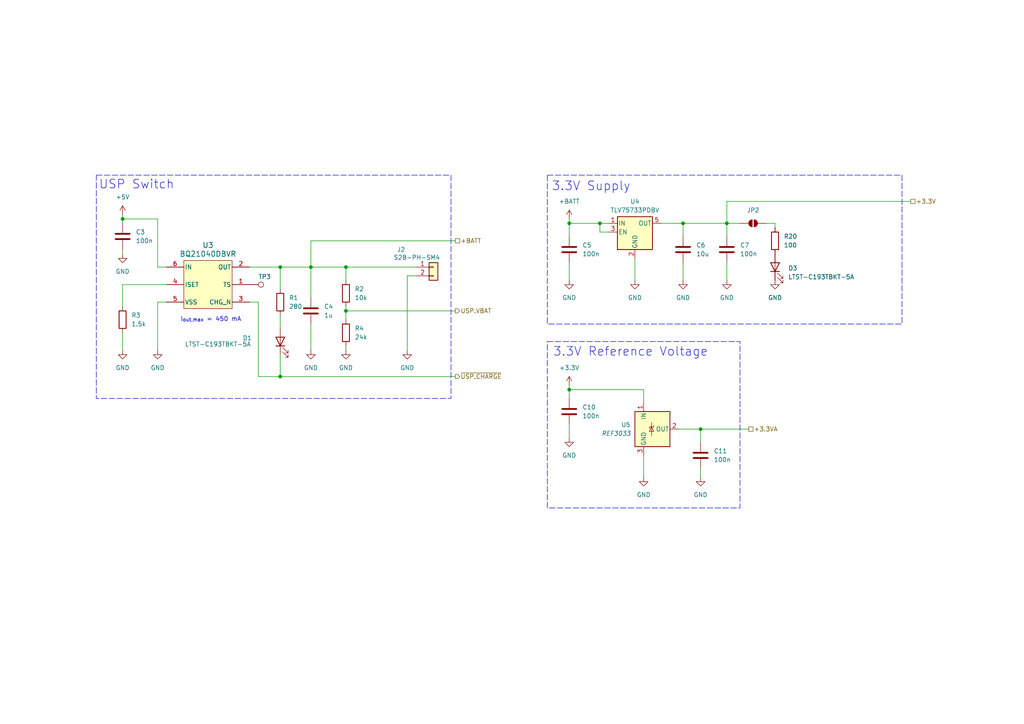
<source format=kicad_sch>
(kicad_sch (version 20250114) (generator "eeschema") (generator_version "9.0")
  (paper "A4")
  (lib_symbols
    (symbol "000_Power:BQ21040DBVR" (pin_names (offset 0.254))
      (property "Reference" "U" (at 5.842 15.494 0))
      (property "Value" "BQ21040DBVR" (at 12.954 13.462 0))
      (symbol "BQ21040DBVR_0_1"
        (pin power_in line (at 0 10.16 0) (length 5.08) (name "IN") (number "6"))
        (pin input line (at 0 5.08 0) (length 5.08) (name "ISET") (number "4"))
        (pin power_in line (at 0 0 0) (length 5.08) (name "VSS") (number "5"))
        (pin power_in line (at 24.13 10.16 180) (length 5.08) (name "OUT") (number "2"))
        (pin input line (at 24.13 5.08 180) (length 5.08) (name "TS") (number "1"))
        (pin open_collector line (at 24.13 0 180) (length 5.08) (name "CHG_N") (number "3"))
      )
      (symbol "BQ21040DBVR_1_1"
        (rectangle (start 5.08 12.065) (end 19.05 -1.905) (fill (type background)))
      )
    )
    (symbol "Connector:TestPoint" (pin_numbers (hide yes)) (pin_names (offset 0.762) (hide yes))
      (property "Reference" "TP" (at 0 6.858 0))
      (property "Value" "TestPoint" (at 0 5.08 0))
      (symbol "TestPoint_0_1"
        (circle (center 0 3.302) (radius 0.762))
      )
      (symbol "TestPoint_1_1"
        (pin passive line (at 0 0 90) (length 2.54) (name "1") (number "1"))
      )
    )
    (symbol "Connector_Generic:Conn_01x02" (pin_names (offset 1.016) (hide yes))
      (property "Reference" "J" (at 0 2.54 0))
      (property "Value" "Conn_01x02" (at 0 -5.08 0))
      (symbol "Conn_01x02_1_1"
        (rectangle (start -1.27 1.27) (end 1.27 -3.81) (stroke (width 0.254)) (fill (type background)))
        (rectangle (start -1.27 0.127) (end 0 -0.127) (stroke (width 0.1524)))
        (rectangle (start -1.27 -2.413) (end 0 -2.667) (stroke (width 0.1524)))
        (pin passive line (at -5.08 0 0) (length 3.81) (name "Pin_1") (number "1"))
        (pin passive line (at -5.08 -2.54 0) (length 3.81) (name "Pin_2") (number "2"))
      )
    )
    (symbol "Device:C" (pin_numbers (hide yes)) (pin_names (offset 0.254))
      (property "Reference" "C" (at 0.635 2.54 0))
      (property "Value" "C" (at 0.635 -2.54 0))
      (symbol "C_0_1"
        (polyline (pts (xy -2.032 0.762) (xy 2.032 0.762)) (stroke (width 0.508)))
        (polyline (pts (xy -2.032 -0.762) (xy 2.032 -0.762)) (stroke (width 0.508)))
      )
      (symbol "C_1_1"
        (pin passive line (at 0 3.81 270) (length 2.794) (name "~") (number "1"))
        (pin passive line (at 0 -3.81 90) (length 2.794) (name "~") (number "2"))
      )
    )
    (symbol "Device:LED" (pin_numbers (hide yes)) (pin_names (offset 1.016) (hide yes))
      (property "Reference" "D" (at 0 2.54 0))
      (property "Value" "LED" (at 0 -2.54 0))
      (symbol "LED_0_1"
        (polyline (pts (xy -3.048 -0.762) (xy -4.572 -2.286) (xy -3.81 -2.286) (xy -4.572 -2.286) (xy -4.572 -1.524)))
        (polyline (pts (xy -1.778 -0.762) (xy -3.302 -2.286) (xy -2.54 -2.286) (xy -3.302 -2.286) (xy -3.302 -1.524)))
        (polyline (pts (xy -1.27 0) (xy 1.27 0)))
        (polyline (pts (xy -1.27 -1.27) (xy -1.27 1.27)) (stroke (width 0.254)))
        (polyline (pts (xy 1.27 -1.27) (xy 1.27 1.27) (xy -1.27 0) (xy 1.27 -1.27)) (stroke (width 0.254)))
      )
      (symbol "LED_1_1"
        (pin passive line (at -3.81 0 0) (length 2.54) (name "K") (number "1"))
        (pin passive line (at 3.81 0 180) (length 2.54) (name "A") (number "2"))
      )
    )
    (symbol "Device:R" (pin_numbers (hide yes)) (pin_names (offset 0))
      (property "Reference" "R" (at 2.032 0 90))
      (property "Value" "R" (at 0 0 90))
      (symbol "R_0_1"
        (rectangle (start -1.016 -2.54) (end 1.016 2.54) (stroke (width 0.254)))
      )
      (symbol "R_1_1"
        (pin passive line (at 0 3.81 270) (length 1.27) (name "~") (number "1"))
        (pin passive line (at 0 -3.81 90) (length 1.27) (name "~") (number "2"))
      )
    )
    (symbol "Jumper:SolderJumper_2_Open" (pin_numbers (hide yes)) (pin_names (offset 0) (hide yes)) (in_bom no)
      (property "Reference" "JP" (at 0 2.032 0))
      (property "Value" "SolderJumper_2_Open" (at 0 -2.54 0))
      (symbol "SolderJumper_2_Open_0_1"
        (polyline (pts (xy -0.254 1.016) (xy -0.254 -1.016)))
        (arc (start -0.254 -1.016) (mid -1.2656 0) (end -0.254 1.016))
        (arc (start -0.254 -1.016) (mid -1.2656 0) (end -0.254 1.016) (fill (type outline)))
        (arc (start 0.254 1.016) (mid 1.2656 0) (end 0.254 -1.016))
        (arc (start 0.254 1.016) (mid 1.2656 0) (end 0.254 -1.016) (fill (type outline)))
        (polyline (pts (xy 0.254 1.016) (xy 0.254 -1.016)))
      )
      (symbol "SolderJumper_2_Open_1_1"
        (pin passive line (at -3.81 0 0) (length 2.54) (name "A") (number "1"))
        (pin passive line (at 3.81 0 180) (length 2.54) (name "B") (number "2"))
      )
    )
    (symbol "Reference_Voltage:REF3033" (pin_names (offset 0.254))
      (property "Reference" "U" (at 0 6.35 0))
      (property "Value" "REF3033" (at 2.54 -6.35 0))
      (symbol "REF3033_0_1"
        (rectangle (start -5.08 5.08) (end 5.08 -5.08) (stroke (width 0.254)) (fill (type background)))
        (polyline (pts (xy -0.889 -0.635) (xy 0.381 -0.635) (xy -0.254 0.635) (xy -0.889 -0.635)))
        (polyline (pts (xy -0.254 1.905) (xy -0.254 -1.905)))
        (polyline (pts (xy 0.381 1.016) (xy 0.381 0.635) (xy -0.889 0.635) (xy -0.889 0.254)))
      )
      (symbol "REF3033_1_1"
        (pin power_in line (at -2.54 7.62 270) (length 2.54) (name "IN") (number "1"))
        (pin power_in line (at -2.54 -7.62 90) (length 2.54) (name "GND") (number "3"))
        (pin power_out line (at 7.62 0 180) (length 2.54) (name "OUT") (number "2"))
      )
    )
    (symbol "Regulator_Linear:TLV75733PDBV" (pin_names (offset 0.254))
      (property "Reference" "U" (at -3.81 5.715 0))
      (property "Value" "TLV75733PDBV" (at 0 5.715 0))
      (symbol "TLV75733PDBV_0_1"
        (rectangle (start -5.08 4.445) (end 5.08 -5.08) (stroke (width 0.254)) (fill (type background)))
      )
      (symbol "TLV75733PDBV_1_1"
        (pin power_in line (at -7.62 2.54 0) (length 2.54) (name "IN") (number "1"))
        (pin input line (at -7.62 0 0) (length 2.54) (name "EN") (number "3"))
        (pin power_in line (at 0 -7.62 90) (length 2.54) (name "GND") (number "2"))
        (pin no_connect line (at 5.08 0 180) (length 2.54) (hide yes) (name "NC") (number "4"))
        (pin power_out line (at 7.62 2.54 180) (length 2.54) (name "OUT") (number "5"))
      )
    )
    (symbol "power:+3.3V" (power) (pin_numbers (hide yes)) (pin_names (offset 0) (hide yes))
      (property "Value" "+3.3V" (at 0 3.556 0))
      (symbol "+3.3V_0_1"
        (polyline (pts (xy -0.762 1.27) (xy 0 2.54)))
        (polyline (pts (xy 0 2.54) (xy 0.762 1.27)))
        (polyline (pts (xy 0 0) (xy 0 2.54)))
      )
      (symbol "+3.3V_1_1"
        (pin power_in line (at 0 0 90) (length 0) (name "~") (number "1"))
      )
    )
    (symbol "power:+5V" (power) (pin_numbers (hide yes)) (pin_names (offset 0) (hide yes))
      (property "Value" "+5V" (at 0 3.556 0))
      (symbol "+5V_0_1"
        (polyline (pts (xy -0.762 1.27) (xy 0 2.54)))
        (polyline (pts (xy 0 2.54) (xy 0.762 1.27)))
        (polyline (pts (xy 0 0) (xy 0 2.54)))
      )
      (symbol "+5V_1_1"
        (pin power_in line (at 0 0 90) (length 0) (name "~") (number "1"))
      )
    )
    (symbol "power:+BATT" (power) (pin_numbers (hide yes)) (pin_names (offset 0) (hide yes))
      (property "Value" "+BATT" (at 0 3.556 0))
      (symbol "+BATT_0_1"
        (polyline (pts (xy -0.762 1.27) (xy 0 2.54)))
        (polyline (pts (xy 0 2.54) (xy 0.762 1.27)))
        (polyline (pts (xy 0 0) (xy 0 2.54)))
      )
      (symbol "+BATT_1_1"
        (pin power_in line (at 0 0 90) (length 0) (name "~") (number "1"))
      )
    )
    (symbol "power:GND" (power) (pin_numbers (hide yes)) (pin_names (offset 0) (hide yes))
      (property "Value" "GND" (at 0 -3.81 0))
      (symbol "GND_0_1"
        (polyline (pts (xy 0 0) (xy 0 -1.27) (xy 1.27 -1.27) (xy 0 -2.54) (xy -1.27 -1.27) (xy 0 -1.27)))
      )
      (symbol "GND_1_1"
        (pin power_in line (at 0 0 270) (length 0) (name "~") (number "1"))
      )
    )
  )
  (rectangle (start 158.75 50.8) (end 261.62 93.98) (stroke (width 0) (type dash)))
  (rectangle (start 27.94 50.8) (end 130.81 115.57) (stroke (width 0) (type dash)))
  (rectangle (start 158.75 99.06) (end 214.63 147.32) (stroke (width 0) (type dash)))
  (text "I_{out,max} = 450 mA" (at 52.324 91.948 0) (effects (font (size 1.27 1.27)) (justify left top)))
  (text "USP Switch" (at 39.624 53.594 0) (effects (font (size 2.54 2.54))))
  (text "3.3V Supply" (at 171.45 54.102 0) (effects (font (size 2.54 2.54))))
  (text "3.3V Reference Voltage" (at 182.88 102.108 0) (effects (font (size 2.54 2.54))))
  (junction (at 165.1 64.77))
  (junction (at 203.2 124.46))
  (junction (at 210.82 64.77))
  (junction (at 90.17 77.47))
  (junction (at 198.12 64.77))
  (junction (at 81.28 77.47))
  (junction (at 173.99 64.77))
  (junction (at 100.33 77.47))
  (junction (at 100.33 90.17))
  (junction (at 165.1 113.03))
  (junction (at 35.56 63.5))
  (junction (at 81.28 109.22))
  (wire (pts (xy 198.12 64.77) (xy 198.12 68.58)))
  (wire (pts (xy 35.56 82.55) (xy 48.26 82.55)))
  (wire (pts (xy 186.69 113.03) (xy 186.69 116.84)))
  (wire (pts (xy 210.82 64.77) (xy 214.63 64.77)))
  (wire (pts (xy 90.17 69.85) (xy 132.08 69.85)))
  (wire (pts (xy 81.28 109.22) (xy 132.08 109.22)))
  (wire (pts (xy 186.69 132.08) (xy 186.69 138.43)))
  (wire (pts (xy 210.82 64.77) (xy 198.12 64.77)))
  (wire (pts (xy 100.33 100.33) (xy 100.33 101.6)))
  (wire (pts (xy 165.1 113.03) (xy 186.69 113.03)))
  (wire (pts (xy 90.17 86.36) (xy 90.17 77.47)))
  (wire (pts (xy 203.2 124.46) (xy 203.2 128.27)))
  (wire (pts (xy 100.33 90.17) (xy 132.08 90.17)))
  (wire (pts (xy 165.1 111.76) (xy 165.1 113.03)))
  (wire (pts (xy 203.2 135.89) (xy 203.2 138.43)))
  (wire (pts (xy 210.82 68.58) (xy 210.82 64.77)))
  (wire (pts (xy 81.28 77.47) (xy 81.28 83.82)))
  (wire (pts (xy 90.17 69.85) (xy 90.17 77.47)))
  (wire (pts (xy 120.65 80.01) (xy 118.11 80.01)))
  (wire (pts (xy 184.15 74.93) (xy 184.15 81.28)))
  (wire (pts (xy 74.93 87.63) (xy 74.93 109.22)))
  (wire (pts (xy 118.11 80.01) (xy 118.11 101.6)))
  (wire (pts (xy 48.26 77.47) (xy 45.72 77.47)))
  (wire (pts (xy 45.72 63.5) (xy 35.56 63.5)))
  (wire (pts (xy 35.56 62.23) (xy 35.56 63.5)))
  (wire (pts (xy 72.39 77.47) (xy 81.28 77.47)))
  (wire (pts (xy 90.17 93.98) (xy 90.17 101.6)))
  (wire (pts (xy 165.1 113.03) (xy 165.1 115.57)))
  (wire (pts (xy 203.2 124.46) (xy 217.17 124.46)))
  (wire (pts (xy 176.53 67.31) (xy 173.99 67.31)))
  (wire (pts (xy 72.39 87.63) (xy 74.93 87.63)))
  (wire (pts (xy 198.12 76.2) (xy 198.12 81.28)))
  (wire (pts (xy 173.99 64.77) (xy 176.53 64.77)))
  (wire (pts (xy 100.33 77.47) (xy 120.65 77.47)))
  (wire (pts (xy 165.1 64.77) (xy 165.1 68.58)))
  (wire (pts (xy 81.28 77.47) (xy 90.17 77.47)))
  (wire (pts (xy 222.25 64.77) (xy 224.79 64.77)))
  (wire (pts (xy 210.82 58.42) (xy 210.82 64.77)))
  (wire (pts (xy 81.28 91.44) (xy 81.28 95.25)))
  (wire (pts (xy 165.1 76.2) (xy 165.1 81.28)))
  (wire (pts (xy 48.26 87.63) (xy 45.72 87.63)))
  (wire (pts (xy 35.56 82.55) (xy 35.56 88.9)))
  (wire (pts (xy 35.56 96.52) (xy 35.56 101.6)))
  (wire (pts (xy 45.72 87.63) (xy 45.72 101.6)))
  (wire (pts (xy 196.85 124.46) (xy 203.2 124.46)))
  (wire (pts (xy 210.82 76.2) (xy 210.82 81.28)))
  (wire (pts (xy 173.99 67.31) (xy 173.99 64.77)))
  (wire (pts (xy 210.82 58.42) (xy 264.16 58.42)))
  (wire (pts (xy 191.77 64.77) (xy 198.12 64.77)))
  (wire (pts (xy 81.28 102.87) (xy 81.28 109.22)))
  (wire (pts (xy 35.56 72.39) (xy 35.56 73.66)))
  (wire (pts (xy 100.33 88.9) (xy 100.33 90.17)))
  (wire (pts (xy 74.93 109.22) (xy 81.28 109.22)))
  (wire (pts (xy 100.33 77.47) (xy 100.33 81.28)))
  (wire (pts (xy 100.33 90.17) (xy 100.33 92.71)))
  (wire (pts (xy 90.17 77.47) (xy 100.33 77.47)))
  (wire (pts (xy 173.99 64.77) (xy 165.1 64.77)))
  (wire (pts (xy 165.1 63.5) (xy 165.1 64.77)))
  (wire (pts (xy 165.1 123.19) (xy 165.1 127)))
  (wire (pts (xy 45.72 77.47) (xy 45.72 63.5)))
  (wire (pts (xy 224.79 64.77) (xy 224.79 66.04)))
  (wire (pts (xy 35.56 63.5) (xy 35.56 64.77)))
  (hierarchical_label "~{USP.CHARGE}" (shape output) (at 132.08 109.22 0))
  (hierarchical_label "USP.VBAT" (shape output) (at 132.08 90.17 0))
  (hierarchical_label "+3.3VA" (shape passive) (at 217.17 124.46 0))
  (hierarchical_label "+3.3V" (shape passive) (at 264.16 58.42 0))
  (hierarchical_label "+BATT" (shape passive) (at 132.08 69.85 0))
  (symbol (lib_id "Device:R") (at 35.56 92.71 0) (unit 1)
    (property "Reference" "R3" (at 38.1 91.4399 0) (effects (justify left)))
    (property "Value" "1.5k" (at 38.1 93.9799 0) (effects (justify left)))
    (property "Footprint" "Resistor_SMD:R_0603_1608Metric" (effects (hide yes)))
    (property "Description" "Resistor" (effects (hide yes)))
    (property "MFG" "Panasonic Electronic Components" (effects (hide yes)))
    (property "MFG#" "ERA-3AEB152V" (effects (hide yes)))
    (property "DigiKey" "P1.5KDBCT-ND" (effects (hide yes)))
    (property "Distri Link" "https://www.digikey.de/de/products/detail/panasonic-electronic-components/ERA-3AEB152V/1465858" (effects (hide yes)))
  )
  (symbol (lib_id "power:GND") (at 184.15 81.28 0) (unit 1)
    (property "Reference" "#PWR034" (effects (hide yes)))
    (property "Value" "GND" (at 184.15 86.36 0))
    (property "Description" "Power symbol creates a global label with name \"GND\" , ground" (effects (hide yes)))
  )
  (symbol (lib_id "power:GND") (at 165.1 127 0) (unit 1)
    (property "Reference" "#PWR051" (effects (hide yes)))
    (property "Value" "GND" (at 165.1 132.08 0))
    (property "Description" "Power symbol creates a global label with name \"GND\" , ground" (effects (hide yes)))
  )
  (symbol (lib_id "Regulator_Linear:TLV75733PDBV") (at 184.15 67.31 0) (unit 1)
    (property "Reference" "U4" (at 184.15 58.42 0))
    (property "Value" "TLV75733PDBV" (at 184.15 60.96 0))
    (property "Footprint" "Package_TO_SOT_SMD:SOT-23-5" (effects (hide yes)))
    (property "Datasheet" "https://www.ti.com/lit/ds/symlink/tlv757p.pdf" (effects (hide yes)))
    (property "Description" "1A Low IQ Small Size Low Dropout Voltage Regulator, Fixed Output 3.3V, SOT-23-5" (effects (hide yes)))
    (property "DigiKey" "296-50414-1-ND" (effects (hide yes)))
    (property "MFG" "Texas Instruments" (effects (hide yes)))
    (property "MFG#" "TLV75733PDBVR" (effects (hide yes)))
    (property "Distri Link" "https://www.digikey.de/de/products/detail/texas-instruments/TLV75733PDBVR/9343364?s=N4IgTCBcDa4JwDYC0BWADAFgIwaVpAcgCIgC6AvkA" (effects (hide yes)))
  )
  (symbol (lib_id "power:GND") (at 203.2 138.43 0) (unit 1)
    (property "Reference" "#PWR053" (effects (hide yes)))
    (property "Value" "GND" (at 203.2 143.51 0))
    (property "Description" "Power symbol creates a global label with name \"GND\" , ground" (effects (hide yes)))
  )
  (symbol (lib_id "Device:LED") (at 81.28 99.06 90) (unit 1)
    (property "Reference" "D1" (at 70.358 98.044 90) (effects (justify right)))
    (property "Value" "LTST-C193TBKT-5A" (at 53.594 99.822 90) (effects (justify right)))
    (property "Footprint" "LED_SMD:LED_0603_1608Metric" (effects (hide yes)))
    (property "Description" "Light emitting diode" (effects (hide yes)))
    (property "Sim.Pins" "1=K 2=A" (effects (hide yes)))
    (property "MFG" "Lite-On Inc." (effects (hide yes)))
    (property "MFG#" "LTST-C193TBKT-5A" (effects (hide yes)))
    (property "DigiKey" "160-1827-1-ND" (effects (hide yes)))
    (property "Distri Link" "https://www.digikey.de/de/products/detail/liteon/LTST-C193TBKT-5A/2053656" (effects (hide yes)))
  )
  (symbol (lib_id "Device:R") (at 81.28 87.63 0) (unit 1)
    (property "Reference" "R1" (at 83.82 86.3599 0) (effects (justify left)))
    (property "Value" "280" (at 83.82 88.8999 0) (effects (justify left)))
    (property "Footprint" "Resistor_SMD:R_0603_1608Metric" (effects (hide yes)))
    (property "Description" "Resistor" (effects (hide yes)))
    (property "MFG" "Panasonic Electronic Components" (effects (hide yes)))
    (property "MFG#" "ERJ-3EKF2800V" (effects (hide yes)))
    (property "DigiKey" "P280HCT-ND" (effects (hide yes)))
    (property "Distri Link" "https://www.digikey.de/de/products/detail/panasonic-electronic-components/ERJ-3EKF2800V/196259?s=N4IgTCBcDaIApgBwAYASBhAKgWgHIBEQBdAXyA" (effects (hide yes)))
  )
  (symbol (lib_id "Device:C") (at 35.56 68.58 0) (unit 1)
    (property "Reference" "C3" (at 39.37 67.3099 0) (effects (justify left)))
    (property "Value" "100n" (at 39.37 69.8499 0) (effects (justify left)))
    (property "Footprint" "Capacitor_SMD:C_0603_1608Metric" (effects (hide yes)))
    (property "Description" "Unpolarized capacitor" (effects (hide yes)))
    (property "MFG" "KEMET" (effects (hide yes)))
    (property "MFG#" "C0603C104K3RACTU" (effects (hide yes)))
    (property "DigiKey" "399-C0603C104K3RACTUCT-ND" (effects (hide yes)))
    (property "Distri Link" "https://www.digikey.de/de/products/detail/kemet/C0603C104K3RACTU/416044?s=N4IgTCBcDaIMwE4EFoDCAGAbOuqCM6ALANJwBKAgqgCoCqNyAcgCIgC6AvkA" (effects (hide yes)))
  )
  (symbol (lib_id "Device:C") (at 90.17 90.17 0) (unit 1)
    (property "Reference" "C4" (at 93.98 88.8999 0) (effects (justify left)))
    (property "Value" "1u" (at 93.98 91.4399 0) (effects (justify left)))
    (property "Footprint" "Capacitor_SMD:C_0603_1608Metric" (effects (hide yes)))
    (property "Description" "Unpolarized capacitor" (effects (hide yes)))
    (property "MFG" "TDK Corporation" (effects (hide yes)))
    (property "MFG#" "C1608X7R1C105K080DC" (effects (hide yes)))
    (property "DigiKey" "445-C1608X7R1C105K080DCCT-ND" (effects (hide yes)))
    (property "Distri Link" "https://www.digikey.de/de/products/detail/tdk-corporation/C1608X7R1C105K080DC/22106152?s=N4IgTCBcDaICxwKwFoDCBGAbABgBwA0B2AJXQ20QGk9sARVVAFWQDlaQBdAXyA" (effects (hide yes)))
  )
  (symbol (lib_id "power:GND") (at 35.56 101.6 0) (unit 1)
    (property "Reference" "#PWR018" (effects (hide yes)))
    (property "Value" "GND" (at 35.56 106.68 0))
    (property "Description" "Power symbol creates a global label with name \"GND\" , ground" (effects (hide yes)))
  )
  (symbol (lib_id "Device:R") (at 100.33 85.09 0) (unit 1)
    (property "Reference" "R2" (at 102.87 83.8199 0) (effects (justify left)))
    (property "Value" "10k" (at 102.87 86.3599 0) (effects (justify left)))
    (property "Footprint" "Resistor_SMD:R_0603_1608Metric" (effects (hide yes)))
    (property "Description" "Resistor" (effects (hide yes)))
    (property "MFG" "YAGEO" (effects (hide yes)))
    (property "MFG#" "RC0603FR-0710KL" (effects (hide yes)))
    (property "DigiKey" "311-10.0KHRCT-ND" (effects (hide yes)))
    (property "Distri Link" "https://www.digikey.de/de/products/detail/yageo/RC0603FR-0710KL/726880?s=N4IgTCBcDaIMwEYEFoEAYB0aDSAJASgMIAqyAcgCIgC6AvkA" (effects (hide yes)))
  )
  (symbol (lib_id "Device:R") (at 224.79 69.85 0) (unit 1)
    (property "Reference" "R20" (at 227.33 68.5799 0) (effects (justify left)))
    (property "Value" "100" (at 227.33 71.1199 0) (effects (justify left)))
    (property "Footprint" "Resistor_SMD:R_0603_1608Metric" (effects (hide yes)))
    (property "Description" "Resistor" (effects (hide yes)))
    (property "MFG" "Vishay Dale" (effects (hide yes)))
    (property "MFG#" "CRCW0603100RFKEA" (effects (hide yes)))
    (property "DigiKey" "541-100HCT-ND" (effects (hide yes)))
    (property "Distri Link" "https://www.digikey.de/de/products/detail/vishay-dale/CRCW0603100RFKEA/1174554?s=N4IgTCBcDaIKwBYCMBaJAGdAJAwgFRQDkAREAXQF8g" (effects (hide yes)))
  )
  (symbol (lib_id "power:GND") (at 165.1 81.28 0) (unit 1)
    (property "Reference" "#PWR037" (effects (hide yes)))
    (property "Value" "GND" (at 165.1 86.36 0))
    (property "Description" "Power symbol creates a global label with name \"GND\" , ground" (effects (hide yes)))
  )
  (symbol (lib_id "power:GND") (at 100.33 101.6 0) (unit 1)
    (property "Reference" "#PWR055" (effects (hide yes)))
    (property "Value" "GND" (at 100.33 106.68 0))
    (property "Description" "Power symbol creates a global label with name \"GND\" , ground" (effects (hide yes)))
  )
  (symbol (lib_id "power:+5V") (at 35.56 62.23 0) (unit 1)
    (property "Reference" "#PWR032" (effects (hide yes)))
    (property "Value" "+5V" (at 35.56 57.15 0))
    (property "Description" "Power symbol creates a global label with name \"+5V\"" (effects (hide yes)))
  )
  (symbol (lib_id "power:GND") (at 90.17 101.6 0) (unit 1)
    (property "Reference" "#PWR033" (effects (hide yes)))
    (property "Value" "GND" (at 90.17 106.68 0))
    (property "Description" "Power symbol creates a global label with name \"GND\" , ground" (effects (hide yes)))
  )
  (symbol (lib_id "power:+3.3V") (at 165.1 111.76 0) (unit 1)
    (property "Reference" "#PWR023" (effects (hide yes)))
    (property "Value" "+3.3V" (at 165.1 106.68 0))
    (property "Description" "Power symbol creates a global label with name \"+3.3V\"" (effects (hide yes)))
  )
  (symbol (lib_id "power:GND") (at 210.82 81.28 0) (unit 1)
    (property "Reference" "#PWR039" (effects (hide yes)))
    (property "Value" "GND" (at 210.82 86.36 0))
    (property "Description" "Power symbol creates a global label with name \"GND\" , ground" (effects (hide yes)))
  )
  (symbol (lib_id "Device:C") (at 165.1 72.39 0) (unit 1)
    (property "Reference" "C5" (at 168.91 71.1199 0) (effects (justify left)))
    (property "Value" "100n" (at 168.91 73.6599 0) (effects (justify left)))
    (property "Footprint" "Capacitor_SMD:C_0603_1608Metric" (effects (hide yes)))
    (property "Description" "Unpolarized capacitor" (effects (hide yes)))
    (property "MFG" "KEMET" (effects (hide yes)))
    (property "MFG#" "C0603C104K3RACTU" (effects (hide yes)))
    (property "DigiKey" "399-C0603C104K3RACTUCT-ND" (effects (hide yes)))
    (property "Distri Link" "https://www.digikey.de/de/products/detail/kemet/C0603C104K3RACTU/416044?s=N4IgTCBcDaIMwE4EFoDCAGAbOuqCM6ALANJwBKAgqgCoCqNyAcgCIgC6AvkA" (effects (hide yes)))
  )
  (symbol (lib_id "Connector_Generic:Conn_01x02") (at 125.73 77.47 0) (unit 1)
    (property "Reference" "J2" (at 116.332 72.39 0))
    (property "Value" "S2B-PH-SM4" (at 120.904 74.676 0))
    (property "Footprint" "Connector_JST:JST_PH_S2B-PH-SM4-TB_1x02-1MP_P2.00mm_Horizontal" (effects (hide yes)))
    (property "Description" "Generic connector, single row, 01x02, script generated (kicad-library-utils/schlib/autogen/connector/)" (effects (hide yes)))
    (property "MFG" "JST Sales America Inc." (effects (hide yes)))
    (property "MFG#" "S2B-PH-SM4-TB" (effects (hide yes)))
    (property "DigiKey" "455-S2B-PH-SM4-TBCT-ND" (effects (hide yes)))
    (property "Distri Link" "https://www.digikey.de/de/products/detail/jst-sales-america-inc/S2B-PH-SM4-TB/926655?s=N4IgTCBcDaICwFYEFoDKYBCyAKAJNAsnMgCoYDCJyAcgCIgC6AvkA" (effects (hide yes)))
  )
  (symbol (lib_id "Connector:TestPoint") (at 72.39 82.55 270) (unit 1) (in_bom no)
    (property "Reference" "TP3" (at 74.93 80.264 90) (effects (justify left)))
    (property "Value" "TestPoint" (effects (hide yes)))
    (property "Footprint" "TestPoint:TestPoint_Pad_D1.0mm" (effects (hide yes)))
    (property "Description" "test point" (effects (hide yes)))
  )
  (symbol (lib_id "power:GND") (at 198.12 81.28 0) (unit 1)
    (property "Reference" "#PWR038" (effects (hide yes)))
    (property "Value" "GND" (at 198.12 86.36 0))
    (property "Description" "Power symbol creates a global label with name \"GND\" , ground" (effects (hide yes)))
  )
  (symbol (lib_id "power:GND") (at 35.56 73.66 0) (unit 1)
    (property "Reference" "#PWR015" (effects (hide yes)))
    (property "Value" "GND" (at 35.56 78.74 0))
    (property "Description" "Power symbol creates a global label with name \"GND\" , ground" (effects (hide yes)))
  )
  (symbol (lib_id "power:+BATT") (at 165.1 63.5 0) (unit 1)
    (property "Reference" "#PWR036" (effects (hide yes)))
    (property "Value" "+BATT" (at 165.1 58.42 0))
    (property "Description" "Power symbol creates a global label with name \"+BATT\"" (effects (hide yes)))
  )
  (symbol (lib_id "Jumper:SolderJumper_2_Open") (at 218.44 64.77 180) (unit 1) (in_bom no)
    (property "Reference" "JP2" (at 218.44 60.96 0))
    (property "Value" "SolderJumper_2_Open" (effects (hide yes)))
    (property "Footprint" "Jumper:SolderJumper-2_P1.3mm_Open_TrianglePad1.0x1.5mm" (effects (hide yes)))
    (property "Description" "Solder Jumper, 2-pole, open" (effects (hide yes)))
  )
  (symbol (lib_id "power:GND") (at 118.11 101.6 0) (unit 1)
    (property "Reference" "#PWR043" (effects (hide yes)))
    (property "Value" "GND" (at 118.11 106.68 0))
    (property "Description" "Power symbol creates a global label with name \"GND\" , ground" (effects (hide yes)))
  )
  (symbol (lib_id "Device:C") (at 203.2 132.08 0) (unit 1)
    (property "Reference" "C11" (at 207.01 130.8099 0) (effects (justify left)))
    (property "Value" "100n" (at 207.01 133.3499 0) (effects (justify left)))
    (property "Footprint" "Capacitor_SMD:C_0603_1608Metric" (effects (hide yes)))
    (property "Description" "Unpolarized capacitor" (effects (hide yes)))
    (property "MFG" "KEMET" (effects (hide yes)))
    (property "MFG#" "C0603C104K3RACTU" (effects (hide yes)))
    (property "DigiKey" "399-C0603C104K3RACTUCT-ND" (effects (hide yes)))
    (property "Distri Link" "https://www.digikey.de/de/products/detail/kemet/C0603C104K3RACTU/416044?s=N4IgTCBcDaIMwE4EFoDCAGAbOuqCM6ALANJwBKAgqgCoCqNyAcgCIgC6AvkA" (effects (hide yes)))
  )
  (symbol (lib_id "power:GND") (at 224.79 81.28 0) (unit 1)
    (property "Reference" "#PWR058" (effects (hide yes)))
    (property "Value" "GND" (at 224.79 86.36 0))
    (property "Description" "Power symbol creates a global label with name \"GND\" , ground" (effects (hide yes)))
  )
  (symbol (lib_id "Device:C") (at 165.1 119.38 0) (unit 1)
    (property "Reference" "C10" (at 168.91 118.1099 0) (effects (justify left)))
    (property "Value" "100n" (at 168.91 120.6499 0) (effects (justify left)))
    (property "Footprint" "Capacitor_SMD:C_0603_1608Metric" (effects (hide yes)))
    (property "Description" "Unpolarized capacitor" (effects (hide yes)))
    (property "MFG" "KEMET" (effects (hide yes)))
    (property "MFG#" "C0603C104K3RACTU" (effects (hide yes)))
    (property "DigiKey" "399-C0603C104K3RACTUCT-ND" (effects (hide yes)))
    (property "Distri Link" "https://www.digikey.de/de/products/detail/kemet/C0603C104K3RACTU/416044?s=N4IgTCBcDaIMwE4EFoDCAGAbOuqCM6ALANJwBKAgqgCoCqNyAcgCIgC6AvkA" (effects (hide yes)))
  )
  (symbol (lib_id "Device:R") (at 100.33 96.52 0) (unit 1)
    (property "Reference" "R4" (at 102.87 95.2499 0) (effects (justify left)))
    (property "Value" "24k" (at 102.87 97.7899 0) (effects (justify left)))
    (property "Footprint" "Resistor_SMD:R_0603_1608Metric" (effects (hide yes)))
    (property "Description" "Resistor" (effects (hide yes)))
    (property "MFG" "Vishay Dale" (effects (hide yes)))
    (property "MFG#" "CRCW060324K0FKEAC" (effects (hide yes)))
    (property "DigiKey" "541-5285-1-ND" (effects (hide yes)))
    (property "Distri Link" "https://www.digikey.de/de/products/detail/vishay-dale/CRCW060324K0FKEAC/7924008?s=N4IgTCBcDaIKwBYCMBaOYAccWoHIBEQBdAXyA" (effects (hide yes)))
  )
  (symbol (lib_id "000_Power:BQ21040DBVR") (at 48.26 87.63 0) (unit 1)
    (property "Reference" "U3" (at 60.325 71.12 0) (effects (font (size 1.524 1.524))))
    (property "Value" "BQ21040DBVR" (at 60.325 73.66 0) (effects (font (size 1.524 1.524))))
    (property "Footprint" "Package_TO_SOT_SMD:SOT-23-6" (effects (hide yes)))
    (property "Datasheet" "https://www.ti.com/lit/gpn/bq21040" (effects (hide yes)))
    (property "DigiKey" "296-47315-1-ND" (effects (hide yes)))
    (property "MFG" "Texas Instruments" (effects (hide yes)))
    (property "MFG#" "BQ21040DBVR" (effects (hide yes)))
    (property "Distri Link" "https://www.digikey.de/de/products/detail/texas-instruments/BQ21040DBVR/6036340?s=N4IgTCBcDa4JwDYC0AWA7AZgIwFYlaQDkAREAXQF8g" (effects (hide yes)))
  )
  (symbol (lib_id "Device:LED") (at 224.79 77.47 90) (unit 1)
    (property "Reference" "D3" (at 228.6 77.7874 90) (effects (justify right)))
    (property "Value" "LTST-C193TBKT-5A" (at 228.6 80.3274 90) (effects (justify right)))
    (property "Footprint" "LED_SMD:LED_0603_1608Metric" (effects (hide yes)))
    (property "Description" "Light emitting diode" (effects (hide yes)))
    (property "Sim.Pins" "1=K 2=A" (effects (hide yes)))
    (property "MFG" "Lite-On Inc." (effects (hide yes)))
    (property "MFG#" "LTST-C193TBKT-5A" (effects (hide yes)))
    (property "DigiKey" "160-1827-1-ND" (effects (hide yes)))
    (property "Distri Link" "https://www.digikey.de/de/products/detail/liteon/LTST-C193TBKT-5A/2053656" (effects (hide yes)))
  )
  (symbol (lib_id "power:GND") (at 186.69 138.43 0) (unit 1)
    (property "Reference" "#PWR049" (effects (hide yes)))
    (property "Value" "GND" (at 186.69 143.51 0))
    (property "Description" "Power symbol creates a global label with name \"GND\" , ground" (effects (hide yes)))
  )
  (symbol (lib_id "power:GND") (at 45.72 101.6 0) (unit 1)
    (property "Reference" "#PWR031" (effects (hide yes)))
    (property "Value" "GND" (at 45.72 106.68 0))
    (property "Description" "Power symbol creates a global label with name \"GND\" , ground" (effects (hide yes)))
  )
  (symbol (lib_id "Reference_Voltage:REF3033") (at 189.23 124.46 0) (unit 1)
    (property "Reference" "U5" (at 182.88 123.1899 0) (effects (justify right)))
    (property "Value" "REF3033" (at 182.88 125.7299 0) (effects (font (italic yes)) (justify right)))
    (property "Footprint" "Package_TO_SOT_SMD:SOT-23" (effects (hide yes)))
    (property "Datasheet" "http://www.ti.com/lit/ds/symlink/ref3033.pdf" (effects (hide yes)))
    (property "Description" "3.3V 50-ppm/°C Max, 50-μA, CMOS Voltage Reference, SOT-23-3" (effects (hide yes)))
    (property "MFG" "Texas Instruments" (effects (hide yes)))
    (property "MFG#" "REF3033AIDBZR" (effects (hide yes)))
    (property "DigiKey" "296-26324-1-ND" (effects (hide yes)))
  )
  (symbol (lib_id "Device:C") (at 210.82 72.39 0) (unit 1)
    (property "Reference" "C7" (at 214.63 71.1199 0) (effects (justify left)))
    (property "Value" "100n" (at 214.63 73.6599 0) (effects (justify left)))
    (property "Footprint" "Capacitor_SMD:C_0603_1608Metric" (effects (hide yes)))
    (property "Description" "Unpolarized capacitor" (effects (hide yes)))
    (property "MFG" "KEMET" (effects (hide yes)))
    (property "MFG#" "C0603C104K3RACTU" (effects (hide yes)))
    (property "DigiKey" "399-C0603C104K3RACTUCT-ND" (effects (hide yes)))
    (property "Distri Link" "https://www.digikey.de/de/products/detail/kemet/C0603C104K3RACTU/416044?s=N4IgTCBcDaIMwE4EFoDCAGAbOuqCM6ALANJwBKAgqgCoCqNyAcgCIgC6AvkA" (effects (hide yes)))
  )
  (symbol (lib_id "Device:C") (at 198.12 72.39 0) (unit 1)
    (property "Reference" "C6" (at 201.93 71.1199 0) (effects (justify left)))
    (property "Value" "10u" (at 201.93 73.6599 0) (effects (justify left)))
    (property "Footprint" "Capacitor_SMD:C_0603_1608Metric" (effects (hide yes)))
    (property "Description" "Unpolarized capacitor" (effects (hide yes)))
    (property "MFG" "Taiyo Yuden" (effects (hide yes)))
    (property "MFG#" "LMK107BBJ106MALT" (effects (hide yes)))
    (property "DigiKey" "587-3258-1-ND" (effects (hide yes)))
    (property "Distri Link" "https://www.digikey.de/de/products/detail/taiyo-yuden/LMK107BBJ106MALT/3662195?s=N4IgTCBcDaIKwA4DsBaAzGRKCMKByAIiALoC%2BQA" (effects (hide yes)))
  )
)
</source>
